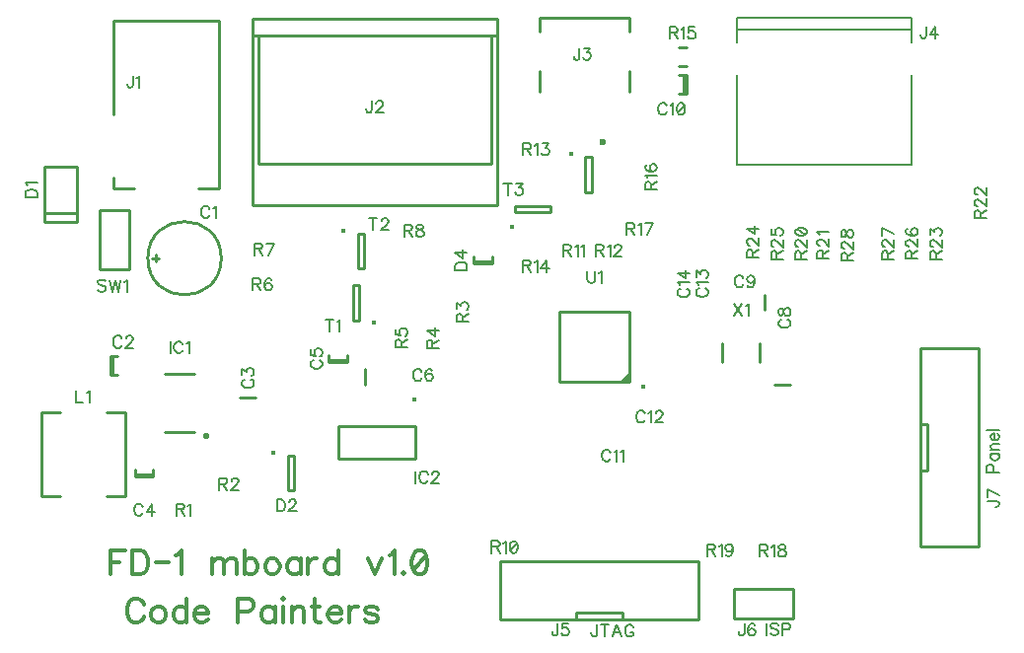
<source format=gbr>
From e75f60093b1709f0fa4dd69b582c63269448657a Mon Sep 17 00:00:00 2001
From: jaseg <git@jaseg.de>
Date: Sat, 15 Jan 2022 21:36:59 +0100
Subject: Add a whole zoo of gerber files from different EDA packages

---
 .../tests/resources/diptrace/mainboard_TopSilk.gbr | 2400 ++++++++++++++++++++
 1 file changed, 2400 insertions(+)
 create mode 100644 gerbonara/gerber/tests/resources/diptrace/mainboard_TopSilk.gbr

(limited to 'gerbonara/gerber/tests/resources/diptrace/mainboard_TopSilk.gbr')

diff --git a/gerbonara/gerber/tests/resources/diptrace/mainboard_TopSilk.gbr b/gerbonara/gerber/tests/resources/diptrace/mainboard_TopSilk.gbr
new file mode 100644
index 0000000..7086a8a
--- /dev/null
+++ b/gerbonara/gerber/tests/resources/diptrace/mainboard_TopSilk.gbr
@@ -0,0 +1,2400 @@
+G04 DipTrace 2.4.0.2*
+%INmainboard_TopSilk.gbr*%
+%MOIN*%
+%ADD10C,0.0098*%
+%ADD29C,0.0236*%
+%ADD41C,0.0154*%
+%ADD45C,0.0213*%
+%ADD57C,0.0079*%
+%ADD66C,0.0158*%
+%ADD146C,0.0062*%
+%ADD147C,0.0124*%
+%FSLAX44Y44*%
+G04*
+G70*
+G90*
+G75*
+G01*
+%LNTopSilk*%
+%LPD*%
+X10795Y16813D2*
+D10*
+G02X10795Y16813I-1240J0D01*
+G01*
+X8570Y16695D2*
+Y16931D1*
+X8452Y16813D2*
+X8689D1*
+X7133Y12873D2*
+Y13503D1*
+X7058Y12873D2*
+Y13503D1*
+Y12873D2*
+X7294D1*
+X7058Y13503D2*
+X7294D1*
+X11431Y12101D2*
+X11943D1*
+X8502Y9508D2*
+X7873D1*
+X8502Y9433D2*
+X7873D1*
+X8502D2*
+Y9669D1*
+X7873Y9433D2*
+Y9669D1*
+X15065Y13383D2*
+X14436D1*
+X15065Y13309D2*
+X14436D1*
+X15065D2*
+Y13544D1*
+X14436Y13309D2*
+Y13544D1*
+X15649Y12555D2*
+Y13067D1*
+X30008Y12524D2*
+X29497D1*
+X29166Y15569D2*
+Y15057D1*
+X26429Y23002D2*
+Y22372D1*
+X26504Y23002D2*
+Y22372D1*
+Y23002D2*
+X26268D1*
+X26504Y22372D2*
+X26268D1*
+X5926Y18042D2*
+X4823D1*
+Y18063D2*
+Y19914D1*
+X5926Y18341D2*
+X4823D1*
+X5926Y19914D2*
+X4823D1*
+X5926Y18063D2*
+Y19914D1*
+D41*
+X12541Y10246D3*
+X13042Y10154D2*
+D10*
+Y8973D1*
+X13239D1*
+Y10154D1*
+X13042D1*
+X19323Y16633D2*
+Y16869D1*
+X19952Y16633D2*
+Y16869D1*
+Y16707D2*
+X19323D1*
+X19952Y16633D2*
+X19323D1*
+X23084Y20232D2*
+Y19051D1*
+X23320D1*
+Y20232D1*
+X23084D1*
+D41*
+X22622Y20324D3*
+X8894Y10951D2*
+D10*
+X9894D1*
+X8894Y12919D2*
+X9894D1*
+D45*
+X10287Y10793D3*
+D41*
+X17334Y12036D3*
+X17344Y11144D2*
+D10*
+X14746D1*
+X17344Y10041D2*
+X14746D1*
+Y11144D2*
+Y10041D1*
+X17344Y11144D2*
+Y10041D1*
+X7165Y21681D2*
+Y24831D1*
+X10709D1*
+Y19161D1*
+X10020D1*
+X7854D2*
+X7165D1*
+Y19555D1*
+X20118Y24921D2*
+X11850D1*
+X20118D2*
+Y18622D1*
+X11850D1*
+Y24921D1*
+X19921Y24331D2*
+Y20000D1*
+X12047D1*
+Y24331D1*
+X20118D2*
+X11850D1*
+X24573Y23129D2*
+Y22442D1*
+X21541Y23129D2*
+Y22442D1*
+X24573Y24459D2*
+Y24955D1*
+X21541D1*
+Y24459D1*
+D29*
+X23687Y20739D3*
+X34113Y19961D2*
+D57*
+X28208D1*
+X34113Y24941D2*
+X28208D1*
+X34113Y24094D2*
+Y24941D1*
+X28208Y24094D2*
+Y24941D1*
+X34113Y24547D2*
+X28208D1*
+Y19961D2*
+Y23012D1*
+X34113Y19961D2*
+Y23012D1*
+X20230Y4597D2*
+D10*
+X26923D1*
+Y6565D1*
+X20230D1*
+Y4597D1*
+X22789D2*
+Y4833D1*
+X24363D1*
+Y4597D2*
+Y4833D1*
+X28127Y4625D2*
+X30127D1*
+Y5625D1*
+X28127D1*
+Y4625D1*
+X34409Y13771D2*
+X36377D1*
+Y7078D1*
+X34409D1*
+Y13771D1*
+Y11212D2*
+X34645D1*
+Y9638D1*
+X34409D2*
+X34645D1*
+X6912Y11594D2*
+X7542D1*
+Y8760D2*
+X6912D1*
+X7542Y11594D2*
+Y8760D1*
+X5337Y11594D2*
+X4707D1*
+X5337Y8760D2*
+X4707D1*
+Y11594D2*
+Y8760D1*
+X26504Y23939D2*
+X26268D1*
+X26504Y23310D2*
+X26268D1*
+X6687Y18437D2*
+X7687D1*
+Y16437D1*
+X6687D1*
+Y18437D1*
+D41*
+X15959Y14629D3*
+X15458Y14721D2*
+D10*
+Y15902D1*
+X15261D1*
+Y14721D1*
+X15458D1*
+D41*
+X14915Y17745D3*
+X15416Y17653D2*
+D10*
+Y16472D1*
+X15613D1*
+Y17653D1*
+X15416D1*
+D41*
+X20630Y17884D3*
+X20722Y18386D2*
+D10*
+X21904D1*
+Y18583D1*
+X20722D1*
+Y18386D1*
+X24590Y12651D2*
+X22227D1*
+Y15013D1*
+X24590D1*
+Y12651D1*
+G36*
+D2*
+Y12966D1*
+X24275Y12651D1*
+X24590D1*
+G37*
+D66*
+X25062Y12474D3*
+X28992Y13313D2*
+D10*
+Y13938D1*
+X27732D2*
+Y13313D1*
+X10401Y18481D2*
+D146*
+X10382Y18519D1*
+X10344Y18558D1*
+X10306Y18577D1*
+X10229D1*
+X10191Y18558D1*
+X10153Y18519D1*
+X10133Y18481D1*
+X10114Y18424D1*
+Y18328D1*
+X10133Y18271D1*
+X10153Y18232D1*
+X10191Y18194D1*
+X10229Y18175D1*
+X10306D1*
+X10344Y18194D1*
+X10382Y18232D1*
+X10401Y18271D1*
+X10525Y18500D2*
+X10563Y18519D1*
+X10620Y18576D1*
+Y18175D1*
+X7436Y14095D2*
+X7417Y14133D1*
+X7379Y14172D1*
+X7341Y14191D1*
+X7264D1*
+X7226Y14172D1*
+X7188Y14133D1*
+X7168Y14095D1*
+X7149Y14038D1*
+Y13942D1*
+X7168Y13885D1*
+X7188Y13846D1*
+X7226Y13808D1*
+X7264Y13789D1*
+X7341D1*
+X7379Y13808D1*
+X7417Y13846D1*
+X7436Y13885D1*
+X7579Y14095D2*
+Y14114D1*
+X7598Y14152D1*
+X7617Y14171D1*
+X7656Y14190D1*
+X7732D1*
+X7770Y14171D1*
+X7789Y14152D1*
+X7809Y14114D1*
+Y14076D1*
+X7789Y14037D1*
+X7751Y13980D1*
+X7560Y13789D1*
+X7828D1*
+X11589Y12715D2*
+X11551Y12696D1*
+X11513Y12657D1*
+X11494Y12619D1*
+Y12543D1*
+X11513Y12504D1*
+X11551Y12466D1*
+X11589Y12447D1*
+X11647Y12428D1*
+X11742D1*
+X11799Y12447D1*
+X11838Y12466D1*
+X11876Y12504D1*
+X11895Y12543D1*
+Y12619D1*
+X11876Y12657D1*
+X11838Y12696D1*
+X11799Y12715D1*
+X11494Y12877D2*
+Y13087D1*
+X11647Y12972D1*
+Y13030D1*
+X11666Y13068D1*
+X11685Y13087D1*
+X11742Y13106D1*
+X11780D1*
+X11838Y13087D1*
+X11876Y13049D1*
+X11895Y12991D1*
+Y12934D1*
+X11876Y12877D1*
+X11857Y12858D1*
+X11819Y12838D1*
+X8146Y8416D2*
+X8127Y8454D1*
+X8089Y8493D1*
+X8051Y8512D1*
+X7974D1*
+X7936Y8493D1*
+X7898Y8454D1*
+X7878Y8416D1*
+X7859Y8359D1*
+Y8263D1*
+X7878Y8206D1*
+X7898Y8167D1*
+X7936Y8129D1*
+X7974Y8110D1*
+X8051D1*
+X8089Y8129D1*
+X8127Y8167D1*
+X8146Y8206D1*
+X8461Y8110D2*
+Y8511D1*
+X8270Y8244D1*
+X8557D1*
+X13906Y13374D2*
+X13868Y13355D1*
+X13830Y13317D1*
+X13811Y13279D1*
+Y13202D1*
+X13830Y13164D1*
+X13868Y13126D1*
+X13906Y13106D1*
+X13964Y13087D1*
+X14059D1*
+X14116Y13106D1*
+X14155Y13126D1*
+X14193Y13164D1*
+X14212Y13202D1*
+Y13279D1*
+X14193Y13317D1*
+X14155Y13355D1*
+X14117Y13374D1*
+X13811Y13727D2*
+Y13536D1*
+X13983Y13517D1*
+X13964Y13536D1*
+X13945Y13594D1*
+Y13651D1*
+X13964Y13708D1*
+X14002Y13747D1*
+X14059Y13766D1*
+X14097D1*
+X14155Y13747D1*
+X14193Y13708D1*
+X14212Y13651D1*
+Y13594D1*
+X14193Y13536D1*
+X14174Y13517D1*
+X14136Y13498D1*
+X17566Y12972D2*
+X17547Y13010D1*
+X17508Y13048D1*
+X17470Y13067D1*
+X17394D1*
+X17355Y13048D1*
+X17317Y13010D1*
+X17298Y12972D1*
+X17279Y12914D1*
+Y12818D1*
+X17298Y12761D1*
+X17317Y12723D1*
+X17355Y12685D1*
+X17394Y12665D1*
+X17470D1*
+X17508Y12685D1*
+X17547Y12723D1*
+X17566Y12761D1*
+X17919Y13010D2*
+X17900Y13048D1*
+X17842Y13067D1*
+X17804D1*
+X17747Y13048D1*
+X17708Y12990D1*
+X17689Y12895D1*
+Y12799D1*
+X17708Y12723D1*
+X17747Y12684D1*
+X17804Y12665D1*
+X17823D1*
+X17880Y12684D1*
+X17919Y12723D1*
+X17938Y12780D1*
+Y12799D1*
+X17919Y12857D1*
+X17880Y12895D1*
+X17823Y12914D1*
+X17804D1*
+X17747Y12895D1*
+X17708Y12857D1*
+X17689Y12799D1*
+X29717Y14744D2*
+X29679Y14725D1*
+X29640Y14686D1*
+X29621Y14648D1*
+Y14572D1*
+X29640Y14533D1*
+X29679Y14495D1*
+X29717Y14476D1*
+X29774Y14457D1*
+X29870D1*
+X29927Y14476D1*
+X29966Y14495D1*
+X30004Y14533D1*
+X30023Y14572D1*
+Y14648D1*
+X30004Y14686D1*
+X29966Y14725D1*
+X29927Y14744D1*
+X29622Y14963D2*
+X29641Y14906D1*
+X29679Y14886D1*
+X29717D1*
+X29755Y14906D1*
+X29775Y14944D1*
+X29794Y15020D1*
+X29813Y15078D1*
+X29851Y15116D1*
+X29889Y15135D1*
+X29947D1*
+X29985Y15116D1*
+X30004Y15097D1*
+X30023Y15039D1*
+Y14963D1*
+X30004Y14906D1*
+X29985Y14886D1*
+X29947Y14867D1*
+X29889D1*
+X29851Y14886D1*
+X29813Y14925D1*
+X29794Y14982D1*
+X29775Y15058D1*
+X29755Y15097D1*
+X29717Y15116D1*
+X29679D1*
+X29641Y15097D1*
+X29622Y15039D1*
+Y14963D1*
+X28431Y16140D2*
+X28412Y16178D1*
+X28374Y16217D1*
+X28336Y16236D1*
+X28259D1*
+X28221Y16217D1*
+X28183Y16178D1*
+X28164Y16140D1*
+X28144Y16083D1*
+Y15987D1*
+X28164Y15930D1*
+X28183Y15891D1*
+X28221Y15853D1*
+X28259Y15834D1*
+X28336D1*
+X28374Y15853D1*
+X28412Y15891D1*
+X28431Y15930D1*
+X28804Y16102D2*
+X28784Y16044D1*
+X28746Y16006D1*
+X28689Y15987D1*
+X28670D1*
+X28612Y16006D1*
+X28574Y16044D1*
+X28555Y16102D1*
+Y16121D1*
+X28574Y16178D1*
+X28612Y16216D1*
+X28670Y16235D1*
+X28689D1*
+X28746Y16216D1*
+X28784Y16178D1*
+X28804Y16102D1*
+Y16006D1*
+X28784Y15910D1*
+X28746Y15853D1*
+X28689Y15834D1*
+X28651D1*
+X28593Y15853D1*
+X28574Y15891D1*
+X25849Y21969D2*
+X25830Y22007D1*
+X25791Y22045D1*
+X25753Y22064D1*
+X25677D1*
+X25638Y22045D1*
+X25600Y22007D1*
+X25581Y21969D1*
+X25562Y21911D1*
+Y21816D1*
+X25581Y21758D1*
+X25600Y21720D1*
+X25638Y21682D1*
+X25677Y21663D1*
+X25753D1*
+X25791Y21682D1*
+X25830Y21720D1*
+X25849Y21758D1*
+X25972Y21988D2*
+X26011Y22007D1*
+X26068Y22064D1*
+Y21663D1*
+X26307Y22064D2*
+X26249Y22045D1*
+X26211Y21988D1*
+X26192Y21892D1*
+Y21835D1*
+X26211Y21739D1*
+X26249Y21682D1*
+X26307Y21663D1*
+X26345D1*
+X26402Y21682D1*
+X26440Y21739D1*
+X26460Y21835D1*
+Y21892D1*
+X26440Y21988D1*
+X26402Y22045D1*
+X26345Y22064D1*
+X26307D1*
+X26440Y21988D2*
+X26211Y21739D1*
+X23948Y10250D2*
+X23929Y10288D1*
+X23890Y10326D1*
+X23852Y10345D1*
+X23776D1*
+X23737Y10326D1*
+X23699Y10288D1*
+X23680Y10250D1*
+X23661Y10192D1*
+Y10096D1*
+X23680Y10039D1*
+X23699Y10001D1*
+X23737Y9963D1*
+X23776Y9943D1*
+X23852D1*
+X23890Y9963D1*
+X23929Y10001D1*
+X23948Y10039D1*
+X24071Y10268D2*
+X24110Y10288D1*
+X24167Y10345D1*
+Y9943D1*
+X24291Y10268D2*
+X24329Y10288D1*
+X24387Y10345D1*
+Y9943D1*
+X25112Y11562D2*
+X25093Y11600D1*
+X25054Y11639D1*
+X25016Y11658D1*
+X24940D1*
+X24901Y11639D1*
+X24863Y11600D1*
+X24844Y11562D1*
+X24825Y11505D1*
+Y11409D1*
+X24844Y11352D1*
+X24863Y11313D1*
+X24901Y11275D1*
+X24940Y11256D1*
+X25016D1*
+X25054Y11275D1*
+X25093Y11313D1*
+X25112Y11352D1*
+X25235Y11581D2*
+X25274Y11600D1*
+X25331Y11657D1*
+Y11256D1*
+X25474Y11562D2*
+Y11581D1*
+X25493Y11619D1*
+X25512Y11638D1*
+X25551Y11657D1*
+X25627D1*
+X25665Y11638D1*
+X25684Y11619D1*
+X25704Y11581D1*
+Y11543D1*
+X25684Y11504D1*
+X25646Y11447D1*
+X25455Y11256D1*
+X25723D1*
+X26940Y15798D2*
+X26902Y15779D1*
+X26863Y15741D1*
+X26844Y15703D1*
+Y15626D1*
+X26863Y15588D1*
+X26902Y15550D1*
+X26940Y15530D1*
+X26997Y15511D1*
+X27093D1*
+X27150Y15530D1*
+X27189Y15550D1*
+X27227Y15588D1*
+X27246Y15626D1*
+Y15703D1*
+X27227Y15741D1*
+X27189Y15779D1*
+X27150Y15798D1*
+X26921Y15922D2*
+X26902Y15960D1*
+X26845Y16018D1*
+X27246D1*
+X26845Y16180D2*
+Y16390D1*
+X26998Y16275D1*
+Y16333D1*
+X27017Y16371D1*
+X27036Y16390D1*
+X27093Y16409D1*
+X27131D1*
+X27189Y16390D1*
+X27227Y16352D1*
+X27246Y16294D1*
+Y16237D1*
+X27227Y16180D1*
+X27208Y16161D1*
+X27170Y16141D1*
+X26312Y15788D2*
+X26274Y15769D1*
+X26236Y15730D1*
+X26217Y15692D1*
+Y15616D1*
+X26236Y15577D1*
+X26274Y15539D1*
+X26312Y15520D1*
+X26370Y15501D1*
+X26466D1*
+X26523Y15520D1*
+X26561Y15539D1*
+X26599Y15577D1*
+X26619Y15616D1*
+Y15692D1*
+X26599Y15730D1*
+X26561Y15769D1*
+X26523Y15788D1*
+X26294Y15911D2*
+X26274Y15950D1*
+X26217Y16007D1*
+X26619D1*
+Y16322D2*
+X26217D1*
+X26485Y16131D1*
+Y16418D1*
+X4175Y18870D2*
+X4577D1*
+Y19004D1*
+X4558Y19061D1*
+X4520Y19100D1*
+X4481Y19119D1*
+X4424Y19138D1*
+X4328D1*
+X4271Y19119D1*
+X4233Y19100D1*
+X4194Y19061D1*
+X4175Y19004D1*
+Y18870D1*
+X4252Y19261D2*
+X4233Y19300D1*
+X4176Y19357D1*
+X4577D1*
+X12677Y8659D2*
+Y8257D1*
+X12811D1*
+X12869Y8276D1*
+X12907Y8314D1*
+X12926Y8353D1*
+X12945Y8410D1*
+Y8506D1*
+X12926Y8563D1*
+X12907Y8601D1*
+X12869Y8640D1*
+X12811Y8659D1*
+X12677D1*
+X13088Y8563D2*
+Y8582D1*
+X13107Y8620D1*
+X13126Y8639D1*
+X13165Y8658D1*
+X13241D1*
+X13279Y8639D1*
+X13298Y8620D1*
+X13318Y8582D1*
+Y8544D1*
+X13298Y8505D1*
+X13260Y8448D1*
+X13069Y8257D1*
+X13337D1*
+X18697Y16412D2*
+X19099D1*
+Y16546D1*
+X19080Y16603D1*
+X19042Y16642D1*
+X19003Y16661D1*
+X18946Y16680D1*
+X18850D1*
+X18793Y16661D1*
+X18755Y16642D1*
+X18716Y16603D1*
+X18697Y16546D1*
+Y16412D1*
+X19099Y16995D2*
+X18698D1*
+X18965Y16803D1*
+Y17090D1*
+X9079Y14005D2*
+Y13603D1*
+X9489Y13910D2*
+X9470Y13948D1*
+X9432Y13986D1*
+X9394Y14005D1*
+X9317D1*
+X9279Y13986D1*
+X9241Y13948D1*
+X9221Y13910D1*
+X9202Y13852D1*
+Y13756D1*
+X9221Y13699D1*
+X9241Y13661D1*
+X9279Y13623D1*
+X9317Y13603D1*
+X9394D1*
+X9432Y13623D1*
+X9470Y13661D1*
+X9489Y13699D1*
+X9613Y13928D2*
+X9651Y13948D1*
+X9709Y14005D1*
+Y13603D1*
+X17365Y9618D2*
+Y9216D1*
+X17776Y9522D2*
+X17757Y9560D1*
+X17718Y9599D1*
+X17680Y9618D1*
+X17604D1*
+X17565Y9599D1*
+X17527Y9560D1*
+X17508Y9522D1*
+X17489Y9465D1*
+Y9369D1*
+X17508Y9312D1*
+X17527Y9273D1*
+X17565Y9235D1*
+X17604Y9216D1*
+X17680D1*
+X17718Y9235D1*
+X17757Y9273D1*
+X17776Y9312D1*
+X17919Y9522D2*
+Y9541D1*
+X17938Y9579D1*
+X17957Y9598D1*
+X17995Y9617D1*
+X18072D1*
+X18110Y9598D1*
+X18129Y9579D1*
+X18148Y9541D1*
+Y9503D1*
+X18129Y9465D1*
+X18091Y9407D1*
+X17899Y9216D1*
+X18167D1*
+X7812Y22979D2*
+Y22673D1*
+X7793Y22615D1*
+X7773Y22596D1*
+X7735Y22577D1*
+X7697D1*
+X7659Y22596D1*
+X7640Y22615D1*
+X7620Y22673D1*
+Y22711D1*
+X7935Y22902D2*
+X7974Y22921D1*
+X8031Y22978D1*
+Y22577D1*
+X15884Y22131D2*
+Y21825D1*
+X15865Y21768D1*
+X15846Y21749D1*
+X15808Y21729D1*
+X15769D1*
+X15731Y21749D1*
+X15712Y21768D1*
+X15693Y21825D1*
+Y21863D1*
+X16027Y22035D2*
+Y22054D1*
+X16046Y22093D1*
+X16065Y22112D1*
+X16104Y22131D1*
+X16180D1*
+X16218Y22112D1*
+X16237Y22093D1*
+X16257Y22054D1*
+Y22016D1*
+X16237Y21978D1*
+X16199Y21921D1*
+X16008Y21729D1*
+X16276D1*
+X22895Y23916D2*
+Y23610D1*
+X22876Y23552D1*
+X22856Y23533D1*
+X22818Y23514D1*
+X22780D1*
+X22742Y23533D1*
+X22723Y23552D1*
+X22703Y23610D1*
+Y23648D1*
+X23057Y23915D2*
+X23267D1*
+X23152Y23762D1*
+X23210D1*
+X23248Y23743D1*
+X23267Y23724D1*
+X23286Y23667D1*
+Y23629D1*
+X23267Y23571D1*
+X23229Y23533D1*
+X23171Y23514D1*
+X23114D1*
+X23057Y23533D1*
+X23038Y23552D1*
+X23018Y23590D1*
+X34614Y24652D2*
+Y24346D1*
+X34595Y24288D1*
+X34575Y24269D1*
+X34537Y24250D1*
+X34499D1*
+X34461Y24269D1*
+X34442Y24288D1*
+X34422Y24346D1*
+Y24384D1*
+X34929Y24250D2*
+Y24651D1*
+X34737Y24384D1*
+X35024D1*
+X22164Y4463D2*
+Y4157D1*
+X22145Y4100D1*
+X22125Y4081D1*
+X22087Y4061D1*
+X22049D1*
+X22011Y4081D1*
+X21992Y4100D1*
+X21972Y4157D1*
+Y4195D1*
+X22517Y4463D2*
+X22326D1*
+X22307Y4291D1*
+X22326Y4310D1*
+X22383Y4329D1*
+X22440D1*
+X22498Y4310D1*
+X22536Y4272D1*
+X22555Y4214D1*
+Y4176D1*
+X22536Y4119D1*
+X22498Y4080D1*
+X22440Y4061D1*
+X22383D1*
+X22326Y4080D1*
+X22307Y4100D1*
+X22287Y4138D1*
+X23494Y4431D2*
+Y4125D1*
+X23475Y4067D1*
+X23455Y4048D1*
+X23417Y4029D1*
+X23379D1*
+X23341Y4048D1*
+X23322Y4067D1*
+X23302Y4125D1*
+Y4163D1*
+X23751Y4431D2*
+Y4029D1*
+X23617Y4431D2*
+X23885D1*
+X24315Y4029D2*
+X24162Y4431D1*
+X24009Y4029D1*
+X24066Y4163D2*
+X24257D1*
+X24725Y4335D2*
+X24706Y4373D1*
+X24668Y4412D1*
+X24630Y4431D1*
+X24553D1*
+X24515Y4412D1*
+X24477Y4373D1*
+X24457Y4335D1*
+X24438Y4278D1*
+Y4182D1*
+X24457Y4125D1*
+X24477Y4086D1*
+X24515Y4048D1*
+X24553Y4029D1*
+X24630D1*
+X24668Y4048D1*
+X24706Y4086D1*
+X24725Y4125D1*
+Y4182D1*
+X24630D1*
+X28474Y4460D2*
+Y4154D1*
+X28455Y4097D1*
+X28436Y4078D1*
+X28398Y4058D1*
+X28359D1*
+X28321Y4078D1*
+X28302Y4097D1*
+X28283Y4154D1*
+Y4192D1*
+X28827Y4403D2*
+X28808Y4441D1*
+X28751Y4460D1*
+X28713D1*
+X28655Y4441D1*
+X28617Y4383D1*
+X28598Y4288D1*
+Y4192D1*
+X28617Y4116D1*
+X28655Y4077D1*
+X28713Y4058D1*
+X28732D1*
+X28789Y4077D1*
+X28827Y4116D1*
+X28846Y4173D1*
+Y4192D1*
+X28827Y4250D1*
+X28789Y4288D1*
+X28732Y4307D1*
+X28713D1*
+X28655Y4288D1*
+X28617Y4250D1*
+X28598Y4192D1*
+X29236Y4475D2*
+Y4073D1*
+X29627Y4417D2*
+X29589Y4456D1*
+X29532Y4475D1*
+X29455D1*
+X29398Y4456D1*
+X29359Y4417D1*
+Y4379D1*
+X29379Y4341D1*
+X29398Y4322D1*
+X29436Y4303D1*
+X29551Y4264D1*
+X29589Y4245D1*
+X29608Y4226D1*
+X29627Y4188D1*
+Y4130D1*
+X29589Y4092D1*
+X29532Y4073D1*
+X29455D1*
+X29398Y4092D1*
+X29359Y4130D1*
+X29751Y4264D2*
+X29923D1*
+X29980Y4283D1*
+X30000Y4303D1*
+X30019Y4341D1*
+Y4398D1*
+X30000Y4436D1*
+X29980Y4456D1*
+X29923Y4475D1*
+X29751D1*
+Y4073D1*
+X36683Y8608D2*
+X36989D1*
+X37046Y8589D1*
+X37065Y8570D1*
+X37085Y8532D1*
+Y8493D1*
+X37065Y8455D1*
+X37046Y8436D1*
+X36989Y8417D1*
+X36951D1*
+X37085Y8808D2*
+X36683Y9000D1*
+Y8732D1*
+X36879Y9584D2*
+Y9756D1*
+X36860Y9813D1*
+X36840Y9833D1*
+X36802Y9852D1*
+X36745D1*
+X36707Y9833D1*
+X36687Y9813D1*
+X36668Y9756D1*
+Y9584D1*
+X37070D1*
+X36802Y10205D2*
+X37070D1*
+X36860D2*
+X36821Y10167D1*
+X36802Y10128D1*
+Y10071D1*
+X36821Y10033D1*
+X36860Y9995D1*
+X36917Y9975D1*
+X36955D1*
+X37013Y9995D1*
+X37051Y10033D1*
+X37070Y10071D1*
+Y10128D1*
+X37051Y10167D1*
+X37013Y10205D1*
+X36802Y10328D2*
+X37070D1*
+X36879D2*
+X36821Y10386D1*
+X36802Y10424D1*
+Y10481D1*
+X36821Y10520D1*
+X36879Y10539D1*
+X37070D1*
+X36917Y10662D2*
+Y10892D1*
+X36879D1*
+X36840Y10873D1*
+X36821Y10854D1*
+X36802Y10815D1*
+Y10758D1*
+X36821Y10720D1*
+X36860Y10681D1*
+X36917Y10662D1*
+X36955D1*
+X37013Y10681D1*
+X37051Y10720D1*
+X37070Y10758D1*
+Y10815D1*
+X37051Y10854D1*
+X37013Y10892D1*
+X36668Y11015D2*
+X37070D1*
+X5900Y12338D2*
+Y11936D1*
+X6130D1*
+X6253Y12261D2*
+X6291Y12280D1*
+X6349Y12337D1*
+Y11936D1*
+X9274Y8331D2*
+X9446D1*
+X9503Y8350D1*
+X9523Y8369D1*
+X9542Y8407D1*
+Y8446D1*
+X9523Y8484D1*
+X9503Y8503D1*
+X9446Y8522D1*
+X9274D1*
+Y8120D1*
+X9408Y8331D2*
+X9542Y8120D1*
+X9665Y8445D2*
+X9704Y8465D1*
+X9761Y8522D1*
+Y8120D1*
+X10731Y9189D2*
+X10903D1*
+X10961Y9208D1*
+X10980Y9227D1*
+X10999Y9265D1*
+Y9304D1*
+X10980Y9342D1*
+X10961Y9361D1*
+X10903Y9380D1*
+X10731D1*
+Y8978D1*
+X10865Y9189D2*
+X10999Y8978D1*
+X11142Y9284D2*
+Y9303D1*
+X11161Y9342D1*
+X11180Y9361D1*
+X11219Y9380D1*
+X11295D1*
+X11333Y9361D1*
+X11352Y9342D1*
+X11372Y9303D1*
+Y9265D1*
+X11352Y9227D1*
+X11314Y9170D1*
+X11123Y8978D1*
+X11391D1*
+X18938Y14671D2*
+Y14843D1*
+X18918Y14900D1*
+X18899Y14920D1*
+X18861Y14939D1*
+X18823D1*
+X18785Y14920D1*
+X18765Y14900D1*
+X18746Y14843D1*
+Y14671D1*
+X19148D1*
+X18938Y14805D2*
+X19148Y14939D1*
+X18747Y15101D2*
+Y15311D1*
+X18900Y15196D1*
+Y15254D1*
+X18919Y15292D1*
+X18938Y15311D1*
+X18995Y15330D1*
+X19033D1*
+X19091Y15311D1*
+X19129Y15273D1*
+X19148Y15215D1*
+Y15158D1*
+X19129Y15101D1*
+X19110Y15082D1*
+X19072Y15062D1*
+X17936Y13785D2*
+Y13957D1*
+X17917Y14015D1*
+X17898Y14034D1*
+X17860Y14053D1*
+X17821D1*
+X17783Y14034D1*
+X17764Y14015D1*
+X17745Y13957D1*
+Y13785D1*
+X18147D1*
+X17936Y13919D2*
+X18147Y14053D1*
+Y14368D2*
+X17745D1*
+X18013Y14177D1*
+Y14464D1*
+X16874Y13795D2*
+Y13967D1*
+X16854Y14024D1*
+X16835Y14044D1*
+X16797Y14063D1*
+X16759D1*
+X16721Y14044D1*
+X16701Y14024D1*
+X16682Y13967D1*
+Y13795D1*
+X17084D1*
+X16874Y13929D2*
+X17084Y14063D1*
+X16683Y14416D2*
+Y14225D1*
+X16855Y14206D1*
+X16836Y14225D1*
+X16816Y14282D1*
+Y14339D1*
+X16836Y14397D1*
+X16874Y14435D1*
+X16931Y14454D1*
+X16969D1*
+X17027Y14435D1*
+X17065Y14397D1*
+X17084Y14339D1*
+Y14282D1*
+X17065Y14225D1*
+X17046Y14206D1*
+X17008Y14186D1*
+X11868Y15939D2*
+X12040D1*
+X12097Y15958D1*
+X12117Y15978D1*
+X12136Y16016D1*
+Y16054D1*
+X12117Y16092D1*
+X12097Y16111D1*
+X12040Y16130D1*
+X11868D1*
+Y15729D1*
+X12002Y15939D2*
+X12136Y15729D1*
+X12489Y16073D2*
+X12470Y16111D1*
+X12412Y16130D1*
+X12374D1*
+X12317Y16111D1*
+X12278Y16054D1*
+X12259Y15958D1*
+Y15863D1*
+X12278Y15786D1*
+X12317Y15748D1*
+X12374Y15729D1*
+X12393D1*
+X12450Y15748D1*
+X12489Y15786D1*
+X12508Y15844D1*
+Y15863D1*
+X12489Y15920D1*
+X12450Y15958D1*
+X12393Y15977D1*
+X12374D1*
+X12317Y15958D1*
+X12278Y15920D1*
+X12259Y15863D1*
+X11919Y17127D2*
+X12091D1*
+X12148Y17146D1*
+X12168Y17165D1*
+X12187Y17203D1*
+Y17242D1*
+X12168Y17280D1*
+X12148Y17299D1*
+X12091Y17318D1*
+X11919D1*
+Y16916D1*
+X12053Y17127D2*
+X12187Y16916D1*
+X12387D2*
+X12578Y17318D1*
+X12310D1*
+X16982Y17752D2*
+X17154D1*
+X17211Y17771D1*
+X17230Y17790D1*
+X17249Y17828D1*
+Y17867D1*
+X17230Y17905D1*
+X17211Y17924D1*
+X17154Y17943D1*
+X16982D1*
+Y17541D1*
+X17116Y17752D2*
+X17249Y17541D1*
+X17469Y17943D2*
+X17411Y17924D1*
+X17392Y17886D1*
+Y17847D1*
+X17411Y17809D1*
+X17449Y17790D1*
+X17526Y17771D1*
+X17583Y17752D1*
+X17621Y17713D1*
+X17641Y17675D1*
+Y17618D1*
+X17621Y17580D1*
+X17602Y17560D1*
+X17545Y17541D1*
+X17469D1*
+X17411Y17560D1*
+X17392Y17580D1*
+X17373Y17618D1*
+Y17675D1*
+X17392Y17713D1*
+X17430Y17752D1*
+X17488Y17771D1*
+X17564Y17790D1*
+X17602Y17809D1*
+X17621Y17847D1*
+Y17886D1*
+X17602Y17924D1*
+X17545Y17943D1*
+X17469D1*
+X19936Y7064D2*
+X20108D1*
+X20165Y7084D1*
+X20185Y7103D1*
+X20204Y7141D1*
+Y7179D1*
+X20185Y7217D1*
+X20165Y7237D1*
+X20108Y7256D1*
+X19936D1*
+Y6854D1*
+X20070Y7064D2*
+X20204Y6854D1*
+X20327Y7179D2*
+X20366Y7198D1*
+X20423Y7255D1*
+Y6854D1*
+X20662Y7255D2*
+X20604Y7236D1*
+X20566Y7179D1*
+X20547Y7083D1*
+Y7026D1*
+X20566Y6930D1*
+X20604Y6873D1*
+X20662Y6854D1*
+X20700D1*
+X20757Y6873D1*
+X20795Y6930D1*
+X20815Y7026D1*
+Y7083D1*
+X20795Y7179D1*
+X20757Y7236D1*
+X20700Y7255D1*
+X20662D1*
+X20795Y7179D2*
+X20566Y6930D1*
+X22351Y17080D2*
+X22523D1*
+X22580Y17100D1*
+X22600Y17119D1*
+X22619Y17157D1*
+Y17195D1*
+X22600Y17233D1*
+X22580Y17253D1*
+X22523Y17272D1*
+X22351D1*
+Y16870D1*
+X22485Y17080D2*
+X22619Y16870D1*
+X22742Y17195D2*
+X22781Y17214D1*
+X22838Y17271D1*
+Y16870D1*
+X22962Y17195D2*
+X23000Y17214D1*
+X23058Y17271D1*
+Y16870D1*
+X23452Y17080D2*
+X23624D1*
+X23682Y17100D1*
+X23701Y17119D1*
+X23720Y17157D1*
+Y17195D1*
+X23701Y17233D1*
+X23682Y17253D1*
+X23624Y17272D1*
+X23452D1*
+Y16870D1*
+X23586Y17080D2*
+X23720Y16870D1*
+X23844Y17195D2*
+X23882Y17214D1*
+X23940Y17271D1*
+Y16870D1*
+X24083Y17176D2*
+Y17195D1*
+X24102Y17233D1*
+X24121Y17252D1*
+X24159Y17271D1*
+X24236D1*
+X24274Y17252D1*
+X24293Y17233D1*
+X24312Y17195D1*
+Y17157D1*
+X24293Y17118D1*
+X24255Y17061D1*
+X24063Y16870D1*
+X24331D1*
+X20998Y20503D2*
+X21170D1*
+X21227Y20522D1*
+X21247Y20541D1*
+X21266Y20579D1*
+Y20618D1*
+X21247Y20656D1*
+X21227Y20675D1*
+X21170Y20694D1*
+X20998D1*
+Y20292D1*
+X21132Y20503D2*
+X21266Y20292D1*
+X21389Y20617D2*
+X21428Y20637D1*
+X21485Y20694D1*
+Y20292D1*
+X21647Y20694D2*
+X21857D1*
+X21742Y20541D1*
+X21800D1*
+X21838Y20522D1*
+X21857Y20503D1*
+X21876Y20445D1*
+Y20407D1*
+X21857Y20350D1*
+X21819Y20311D1*
+X21761Y20292D1*
+X21704D1*
+X21647Y20311D1*
+X21628Y20331D1*
+X21608Y20369D1*
+X20987Y16564D2*
+X21159D1*
+X21217Y16583D1*
+X21236Y16602D1*
+X21255Y16640D1*
+Y16679D1*
+X21236Y16717D1*
+X21217Y16736D1*
+X21159Y16755D1*
+X20987D1*
+Y16354D1*
+X21121Y16564D2*
+X21255Y16354D1*
+X21379Y16678D2*
+X21417Y16698D1*
+X21474Y16755D1*
+Y16354D1*
+X21789D2*
+Y16755D1*
+X21598Y16487D1*
+X21885D1*
+X25946Y24436D2*
+X26118D1*
+X26176Y24455D1*
+X26195Y24474D1*
+X26214Y24512D1*
+Y24551D1*
+X26195Y24589D1*
+X26176Y24608D1*
+X26118Y24627D1*
+X25946D1*
+Y24225D1*
+X26080Y24436D2*
+X26214Y24225D1*
+X26338Y24550D2*
+X26376Y24570D1*
+X26434Y24627D1*
+Y24225D1*
+X26787Y24627D2*
+X26596D1*
+X26577Y24455D1*
+X26596Y24474D1*
+X26653Y24493D1*
+X26710D1*
+X26768Y24474D1*
+X26806Y24436D1*
+X26825Y24378D1*
+Y24340D1*
+X26806Y24283D1*
+X26768Y24244D1*
+X26710Y24225D1*
+X26653D1*
+X26596Y24244D1*
+X26577Y24264D1*
+X26557Y24302D1*
+X25310Y19133D2*
+Y19305D1*
+X25291Y19363D1*
+X25272Y19382D1*
+X25234Y19401D1*
+X25195D1*
+X25157Y19382D1*
+X25138Y19363D1*
+X25119Y19305D1*
+Y19133D1*
+X25521D1*
+X25310Y19267D2*
+X25521Y19401D1*
+X25196Y19525D2*
+X25176Y19563D1*
+X25119Y19621D1*
+X25521D1*
+X25176Y19974D2*
+X25138Y19955D1*
+X25119Y19897D1*
+Y19859D1*
+X25138Y19802D1*
+X25196Y19763D1*
+X25291Y19744D1*
+X25387D1*
+X25463Y19763D1*
+X25502Y19802D1*
+X25521Y19859D1*
+Y19878D1*
+X25502Y19935D1*
+X25463Y19974D1*
+X25406Y19993D1*
+X25387D1*
+X25329Y19974D1*
+X25291Y19935D1*
+X25272Y19878D1*
+Y19859D1*
+X25291Y19802D1*
+X25329Y19763D1*
+X25387Y19744D1*
+X24498Y17813D2*
+X24670D1*
+X24727Y17832D1*
+X24747Y17851D1*
+X24766Y17889D1*
+Y17928D1*
+X24747Y17966D1*
+X24727Y17985D1*
+X24670Y18004D1*
+X24498D1*
+Y17603D1*
+X24632Y17813D2*
+X24766Y17603D1*
+X24889Y17927D2*
+X24928Y17947D1*
+X24985Y18004D1*
+Y17603D1*
+X25185D2*
+X25376Y18004D1*
+X25108D1*
+X29001Y6939D2*
+X29173D1*
+X29231Y6959D1*
+X29250Y6978D1*
+X29269Y7016D1*
+Y7054D1*
+X29250Y7092D1*
+X29231Y7112D1*
+X29173Y7131D1*
+X29001D1*
+Y6729D1*
+X29135Y6939D2*
+X29269Y6729D1*
+X29393Y7054D2*
+X29431Y7073D1*
+X29489Y7130D1*
+Y6729D1*
+X29708Y7130D2*
+X29651Y7111D1*
+X29631Y7073D1*
+Y7035D1*
+X29651Y6997D1*
+X29689Y6977D1*
+X29765Y6958D1*
+X29823Y6939D1*
+X29861Y6901D1*
+X29880Y6863D1*
+Y6805D1*
+X29861Y6767D1*
+X29842Y6748D1*
+X29784Y6729D1*
+X29708D1*
+X29651Y6748D1*
+X29631Y6767D1*
+X29612Y6805D1*
+Y6863D1*
+X29631Y6901D1*
+X29670Y6939D1*
+X29727Y6958D1*
+X29803Y6977D1*
+X29842Y6997D1*
+X29861Y7035D1*
+Y7073D1*
+X29842Y7111D1*
+X29784Y7130D1*
+X29708D1*
+X27215Y6957D2*
+X27387D1*
+X27445Y6976D1*
+X27464Y6995D1*
+X27483Y7033D1*
+Y7072D1*
+X27464Y7110D1*
+X27445Y7129D1*
+X27387Y7148D1*
+X27215D1*
+Y6746D1*
+X27349Y6957D2*
+X27483Y6746D1*
+X27607Y7071D2*
+X27645Y7091D1*
+X27703Y7148D1*
+Y6746D1*
+X28075Y7014D2*
+X28056Y6957D1*
+X28018Y6918D1*
+X27960Y6899D1*
+X27941D1*
+X27884Y6918D1*
+X27846Y6957D1*
+X27826Y7014D1*
+Y7033D1*
+X27846Y7091D1*
+X27884Y7129D1*
+X27941Y7148D1*
+X27960D1*
+X28018Y7129D1*
+X28056Y7091D1*
+X28075Y7014D1*
+Y6918D1*
+X28056Y6823D1*
+X28018Y6765D1*
+X27960Y6746D1*
+X27922D1*
+X27865Y6765D1*
+X27846Y6804D1*
+X30375Y16789D2*
+Y16961D1*
+X30356Y17018D1*
+X30337Y17038D1*
+X30299Y17057D1*
+X30260D1*
+X30222Y17038D1*
+X30203Y17018D1*
+X30184Y16961D1*
+Y16789D1*
+X30586D1*
+X30375Y16923D2*
+X30586Y17057D1*
+X30280Y17200D2*
+X30261D1*
+X30222Y17219D1*
+X30203Y17238D1*
+X30184Y17276D1*
+Y17353D1*
+X30203Y17391D1*
+X30222Y17410D1*
+X30261Y17429D1*
+X30299D1*
+X30337Y17410D1*
+X30394Y17372D1*
+X30586Y17180D1*
+Y17448D1*
+X30184Y17687D2*
+X30203Y17629D1*
+X30261Y17591D1*
+X30356Y17572D1*
+X30414D1*
+X30509Y17591D1*
+X30567Y17629D1*
+X30586Y17687D1*
+Y17725D1*
+X30567Y17782D1*
+X30509Y17820D1*
+X30414Y17840D1*
+X30356D1*
+X30261Y17820D1*
+X30203Y17782D1*
+X30184Y17725D1*
+Y17687D1*
+X30261Y17820D2*
+X30509Y17591D1*
+X31125Y16812D2*
+Y16984D1*
+X31106Y17042D1*
+X31087Y17061D1*
+X31049Y17080D1*
+X31010D1*
+X30972Y17061D1*
+X30953Y17042D1*
+X30934Y16984D1*
+Y16812D1*
+X31336D1*
+X31125Y16946D2*
+X31336Y17080D1*
+X31030Y17223D2*
+X31011D1*
+X30972Y17242D1*
+X30953Y17261D1*
+X30934Y17300D1*
+Y17376D1*
+X30953Y17414D1*
+X30972Y17433D1*
+X31011Y17453D1*
+X31049D1*
+X31087Y17433D1*
+X31144Y17395D1*
+X31336Y17204D1*
+Y17472D1*
+X31011Y17595D2*
+X30991Y17634D1*
+X30934Y17691D1*
+X31336D1*
+X36438Y18164D2*
+Y18336D1*
+X36419Y18394D1*
+X36400Y18413D1*
+X36362Y18432D1*
+X36323D1*
+X36285Y18413D1*
+X36266Y18394D1*
+X36247Y18336D1*
+Y18164D1*
+X36649D1*
+X36438Y18298D2*
+X36649Y18432D1*
+X36343Y18575D2*
+X36324D1*
+X36285Y18594D1*
+X36266Y18613D1*
+X36247Y18652D1*
+Y18728D1*
+X36266Y18766D1*
+X36285Y18785D1*
+X36324Y18805D1*
+X36362D1*
+X36400Y18785D1*
+X36457Y18747D1*
+X36649Y18556D1*
+Y18824D1*
+X36343Y18967D2*
+X36324D1*
+X36285Y18986D1*
+X36266Y19005D1*
+X36247Y19043D1*
+Y19120D1*
+X36266Y19158D1*
+X36285Y19177D1*
+X36324Y19196D1*
+X36362D1*
+X36400Y19177D1*
+X36457Y19139D1*
+X36649Y18947D1*
+Y19215D1*
+X34938Y16789D2*
+Y16961D1*
+X34919Y17018D1*
+X34900Y17038D1*
+X34862Y17057D1*
+X34823D1*
+X34785Y17038D1*
+X34766Y17018D1*
+X34747Y16961D1*
+Y16789D1*
+X35149D1*
+X34938Y16923D2*
+X35149Y17057D1*
+X34843Y17200D2*
+X34824D1*
+X34785Y17219D1*
+X34766Y17238D1*
+X34747Y17276D1*
+Y17353D1*
+X34766Y17391D1*
+X34785Y17410D1*
+X34824Y17429D1*
+X34862D1*
+X34900Y17410D1*
+X34957Y17372D1*
+X35149Y17180D1*
+Y17448D1*
+X34747Y17610D2*
+Y17820D1*
+X34900Y17706D1*
+Y17763D1*
+X34919Y17801D1*
+X34938Y17820D1*
+X34996Y17840D1*
+X35034D1*
+X35091Y17820D1*
+X35130Y17782D1*
+X35149Y17725D1*
+Y17667D1*
+X35130Y17610D1*
+X35110Y17591D1*
+X35072Y17572D1*
+X28750Y16842D2*
+Y17014D1*
+X28731Y17071D1*
+X28712Y17091D1*
+X28674Y17110D1*
+X28635D1*
+X28597Y17091D1*
+X28578Y17071D1*
+X28559Y17014D1*
+Y16842D1*
+X28961D1*
+X28750Y16976D2*
+X28961Y17110D1*
+X28655Y17253D2*
+X28636D1*
+X28597Y17272D1*
+X28578Y17291D1*
+X28559Y17329D1*
+Y17406D1*
+X28578Y17444D1*
+X28597Y17463D1*
+X28636Y17482D1*
+X28674D1*
+X28712Y17463D1*
+X28769Y17425D1*
+X28961Y17233D1*
+Y17501D1*
+Y17816D2*
+X28559D1*
+X28827Y17625D1*
+Y17912D1*
+X29563Y16789D2*
+Y16961D1*
+X29543Y17018D1*
+X29524Y17038D1*
+X29486Y17057D1*
+X29448D1*
+X29410Y17038D1*
+X29390Y17018D1*
+X29371Y16961D1*
+Y16789D1*
+X29773D1*
+X29563Y16923D2*
+X29773Y17057D1*
+X29467Y17200D2*
+X29448D1*
+X29410Y17219D1*
+X29391Y17238D1*
+X29372Y17276D1*
+Y17353D1*
+X29391Y17391D1*
+X29410Y17410D1*
+X29448Y17429D1*
+X29486D1*
+X29525Y17410D1*
+X29582Y17372D1*
+X29773Y17180D1*
+Y17448D1*
+X29372Y17801D2*
+Y17610D1*
+X29544Y17591D1*
+X29525Y17610D1*
+X29505Y17668D1*
+Y17725D1*
+X29525Y17782D1*
+X29563Y17821D1*
+X29620Y17840D1*
+X29658D1*
+X29716Y17821D1*
+X29754Y17782D1*
+X29773Y17725D1*
+Y17668D1*
+X29754Y17610D1*
+X29735Y17591D1*
+X29697Y17572D1*
+X34126Y16799D2*
+Y16971D1*
+X34106Y17028D1*
+X34087Y17048D1*
+X34049Y17067D1*
+X34011D1*
+X33973Y17048D1*
+X33953Y17028D1*
+X33934Y16971D1*
+Y16799D1*
+X34336D1*
+X34126Y16933D2*
+X34336Y17067D1*
+X34030Y17210D2*
+X34011D1*
+X33973Y17229D1*
+X33954Y17248D1*
+X33935Y17286D1*
+Y17363D1*
+X33954Y17401D1*
+X33973Y17420D1*
+X34011Y17439D1*
+X34049D1*
+X34088Y17420D1*
+X34145Y17382D1*
+X34336Y17190D1*
+Y17458D1*
+X33992Y17811D2*
+X33954Y17792D1*
+X33935Y17735D1*
+Y17697D1*
+X33954Y17639D1*
+X34011Y17601D1*
+X34107Y17582D1*
+X34202D1*
+X34279Y17601D1*
+X34317Y17639D1*
+X34336Y17697D1*
+Y17716D1*
+X34317Y17773D1*
+X34279Y17811D1*
+X34221Y17830D1*
+X34202D1*
+X34145Y17811D1*
+X34107Y17773D1*
+X34088Y17716D1*
+Y17697D1*
+X34107Y17639D1*
+X34145Y17601D1*
+X34202Y17582D1*
+X33313Y16789D2*
+Y16961D1*
+X33294Y17018D1*
+X33275Y17038D1*
+X33237Y17057D1*
+X33198D1*
+X33160Y17038D1*
+X33141Y17018D1*
+X33122Y16961D1*
+Y16789D1*
+X33524D1*
+X33313Y16923D2*
+X33524Y17057D1*
+X33218Y17200D2*
+X33199D1*
+X33160Y17219D1*
+X33141Y17238D1*
+X33122Y17276D1*
+Y17353D1*
+X33141Y17391D1*
+X33160Y17410D1*
+X33199Y17429D1*
+X33237D1*
+X33275Y17410D1*
+X33332Y17372D1*
+X33524Y17180D1*
+Y17448D1*
+Y17648D2*
+X33122Y17840D1*
+Y17572D1*
+X31938Y16727D2*
+Y16899D1*
+X31918Y16956D1*
+X31899Y16976D1*
+X31861Y16995D1*
+X31823D1*
+X31785Y16976D1*
+X31765Y16956D1*
+X31746Y16899D1*
+Y16727D1*
+X32148D1*
+X31938Y16861D2*
+X32148Y16995D1*
+X31842Y17138D2*
+X31823D1*
+X31785Y17157D1*
+X31766Y17176D1*
+X31747Y17214D1*
+Y17291D1*
+X31766Y17329D1*
+X31785Y17348D1*
+X31823Y17367D1*
+X31861D1*
+X31900Y17348D1*
+X31957Y17310D1*
+X32148Y17118D1*
+Y17386D1*
+X31747Y17605D2*
+X31766Y17548D1*
+X31804Y17529D1*
+X31842D1*
+X31880Y17548D1*
+X31900Y17586D1*
+X31919Y17663D1*
+X31938Y17720D1*
+X31976Y17758D1*
+X32014Y17777D1*
+X32072D1*
+X32110Y17758D1*
+X32129Y17739D1*
+X32148Y17682D1*
+Y17605D1*
+X32129Y17548D1*
+X32110Y17529D1*
+X32072Y17510D1*
+X32014D1*
+X31976Y17529D1*
+X31938Y17567D1*
+X31919Y17624D1*
+X31900Y17701D1*
+X31880Y17739D1*
+X31842Y17758D1*
+X31804D1*
+X31766Y17739D1*
+X31747Y17682D1*
+Y17605D1*
+X6896Y16028D2*
+X6858Y16066D1*
+X6800Y16085D1*
+X6724D1*
+X6666Y16066D1*
+X6628Y16028D1*
+Y15990D1*
+X6647Y15951D1*
+X6666Y15932D1*
+X6704Y15913D1*
+X6819Y15875D1*
+X6858Y15856D1*
+X6877Y15836D1*
+X6896Y15798D1*
+Y15741D1*
+X6858Y15703D1*
+X6800Y15683D1*
+X6724D1*
+X6666Y15703D1*
+X6628Y15741D1*
+X7019Y16085D2*
+X7115Y15683D1*
+X7211Y16085D1*
+X7306Y15683D1*
+X7402Y16085D1*
+X7526Y16008D2*
+X7564Y16028D1*
+X7621Y16085D1*
+Y15683D1*
+X14446Y14737D2*
+Y14335D1*
+X14312Y14737D2*
+X14580D1*
+X14703Y14660D2*
+X14742Y14680D1*
+X14799Y14737D1*
+Y14335D1*
+X15935Y18158D2*
+Y17756D1*
+X15801Y18158D2*
+X16069D1*
+X16212Y18062D2*
+Y18081D1*
+X16231Y18120D1*
+X16250Y18139D1*
+X16289Y18158D1*
+X16365D1*
+X16403Y18139D1*
+X16422Y18120D1*
+X16442Y18081D1*
+Y18043D1*
+X16422Y18005D1*
+X16384Y17948D1*
+X16193Y17756D1*
+X16461D1*
+X20470Y19354D2*
+Y18953D1*
+X20336Y19354D2*
+X20604D1*
+X20766D2*
+X20976D1*
+X20862Y19201D1*
+X20919D1*
+X20957Y19182D1*
+X20976Y19163D1*
+X20996Y19106D1*
+Y19067D1*
+X20976Y19010D1*
+X20938Y18972D1*
+X20881Y18953D1*
+X20823D1*
+X20766Y18972D1*
+X20747Y18991D1*
+X20728Y19029D1*
+X23165Y16386D2*
+Y16100D1*
+X23184Y16042D1*
+X23222Y16004D1*
+X23280Y15985D1*
+X23318D1*
+X23375Y16004D1*
+X23414Y16042D1*
+X23433Y16100D1*
+Y16386D1*
+X23556Y16310D2*
+X23595Y16329D1*
+X23652Y16386D1*
+Y15985D1*
+X28118Y15272D2*
+X28386Y14870D1*
+Y15272D2*
+X28118Y14870D1*
+X28510Y15195D2*
+X28548Y15215D1*
+X28606Y15272D1*
+Y14870D1*
+X8183Y5115D2*
+D147*
+X8145Y5191D1*
+X8068Y5267D1*
+X7992Y5306D1*
+X7839D1*
+X7762Y5267D1*
+X7686Y5191D1*
+X7647Y5115D1*
+X7609Y5000D1*
+Y4808D1*
+X7647Y4694D1*
+X7686Y4617D1*
+X7762Y4541D1*
+X7839Y4502D1*
+X7992D1*
+X8068Y4541D1*
+X8145Y4617D1*
+X8183Y4694D1*
+X8621Y5038D2*
+X8545Y5000D1*
+X8468Y4923D1*
+X8430Y4808D1*
+Y4732D1*
+X8468Y4617D1*
+X8545Y4541D1*
+X8621Y4502D1*
+X8736D1*
+X8813Y4541D1*
+X8889Y4617D1*
+X8928Y4732D1*
+Y4808D1*
+X8889Y4923D1*
+X8813Y5000D1*
+X8736Y5038D1*
+X8621D1*
+X9634Y5306D2*
+Y4502D1*
+Y4923D2*
+X9558Y5000D1*
+X9481Y5038D1*
+X9366D1*
+X9290Y5000D1*
+X9213Y4923D1*
+X9175Y4808D1*
+Y4732D1*
+X9213Y4617D1*
+X9290Y4541D1*
+X9366Y4502D1*
+X9481D1*
+X9558Y4541D1*
+X9634Y4617D1*
+X9881Y4808D2*
+X10340D1*
+Y4885D1*
+X10302Y4962D1*
+X10264Y5000D1*
+X10187Y5038D1*
+X10072D1*
+X9996Y5000D1*
+X9919Y4923D1*
+X9881Y4808D1*
+Y4732D1*
+X9919Y4617D1*
+X9996Y4541D1*
+X10072Y4502D1*
+X10187D1*
+X10264Y4541D1*
+X10340Y4617D1*
+X11365Y4885D2*
+X11710D1*
+X11824Y4923D1*
+X11863Y4962D1*
+X11901Y5038D1*
+Y5153D1*
+X11863Y5229D1*
+X11824Y5267D1*
+X11710Y5306D1*
+X11365D1*
+Y4502D1*
+X12607Y5038D2*
+Y4502D1*
+Y4923D2*
+X12531Y5000D1*
+X12454Y5038D1*
+X12340D1*
+X12263Y5000D1*
+X12187Y4923D1*
+X12148Y4808D1*
+Y4732D1*
+X12187Y4617D1*
+X12263Y4541D1*
+X12340Y4502D1*
+X12454D1*
+X12531Y4541D1*
+X12607Y4617D1*
+X12854Y5306D2*
+X12892Y5267D1*
+X12931Y5306D1*
+X12892Y5344D1*
+X12854Y5306D1*
+X12892Y5038D2*
+Y4502D1*
+X13178Y5038D2*
+Y4502D1*
+Y4885D2*
+X13293Y5000D1*
+X13370Y5038D1*
+X13484D1*
+X13561Y5000D1*
+X13599Y4885D1*
+Y4502D1*
+X13961Y5306D2*
+Y4655D1*
+X13999Y4541D1*
+X14076Y4502D1*
+X14152D1*
+X13846Y5038D2*
+X14114D1*
+X14399Y4808D2*
+X14858D1*
+Y4885D1*
+X14820Y4962D1*
+X14782Y5000D1*
+X14705Y5038D1*
+X14590D1*
+X14514Y5000D1*
+X14437Y4923D1*
+X14399Y4808D1*
+Y4732D1*
+X14437Y4617D1*
+X14514Y4541D1*
+X14590Y4502D1*
+X14705D1*
+X14782Y4541D1*
+X14858Y4617D1*
+X15105Y5038D2*
+Y4502D1*
+Y4808D2*
+X15144Y4923D1*
+X15220Y5000D1*
+X15297Y5038D1*
+X15412D1*
+X16080Y4923D2*
+X16042Y5000D1*
+X15927Y5038D1*
+X15812D1*
+X15697Y5000D1*
+X15659Y4923D1*
+X15697Y4847D1*
+X15774Y4808D1*
+X15965Y4770D1*
+X16042Y4732D1*
+X16080Y4655D1*
+Y4617D1*
+X16042Y4541D1*
+X15927Y4502D1*
+X15812D1*
+X15697Y4541D1*
+X15659Y4617D1*
+X7545Y6931D2*
+X7047D1*
+Y6127D1*
+Y6548D2*
+X7353D1*
+X7792Y6931D2*
+Y6127D1*
+X8060D1*
+X8175Y6166D1*
+X8252Y6242D1*
+X8290Y6319D1*
+X8328Y6433D1*
+Y6625D1*
+X8290Y6740D1*
+X8252Y6816D1*
+X8175Y6893D1*
+X8060Y6931D1*
+X7792D1*
+X8575Y6528D2*
+X9017D1*
+X9264Y6777D2*
+X9341Y6816D1*
+X9456Y6930D1*
+Y6127D1*
+X10480Y6663D2*
+Y6127D1*
+Y6510D2*
+X10595Y6625D1*
+X10672Y6663D1*
+X10786D1*
+X10863Y6625D1*
+X10901Y6510D1*
+Y6127D1*
+Y6510D2*
+X11016Y6625D1*
+X11093Y6663D1*
+X11207D1*
+X11284Y6625D1*
+X11323Y6510D1*
+Y6127D1*
+X11570Y6931D2*
+Y6127D1*
+Y6548D2*
+X11647Y6625D1*
+X11723Y6663D1*
+X11838D1*
+X11914Y6625D1*
+X11991Y6548D1*
+X12029Y6433D1*
+Y6357D1*
+X11991Y6242D1*
+X11914Y6166D1*
+X11838Y6127D1*
+X11723D1*
+X11647Y6166D1*
+X11570Y6242D1*
+X12467Y6663D2*
+X12391Y6625D1*
+X12314Y6548D1*
+X12276Y6433D1*
+Y6357D1*
+X12314Y6242D1*
+X12391Y6166D1*
+X12467Y6127D1*
+X12582D1*
+X12659Y6166D1*
+X12735Y6242D1*
+X12774Y6357D1*
+Y6433D1*
+X12735Y6548D1*
+X12659Y6625D1*
+X12582Y6663D1*
+X12467D1*
+X13480D2*
+Y6127D1*
+Y6548D2*
+X13404Y6625D1*
+X13327Y6663D1*
+X13213D1*
+X13136Y6625D1*
+X13060Y6548D1*
+X13021Y6433D1*
+Y6357D1*
+X13060Y6242D1*
+X13136Y6166D1*
+X13213Y6127D1*
+X13327D1*
+X13404Y6166D1*
+X13480Y6242D1*
+X13727Y6663D2*
+Y6127D1*
+Y6433D2*
+X13766Y6548D1*
+X13842Y6625D1*
+X13919Y6663D1*
+X14034D1*
+X14740Y6931D2*
+Y6127D1*
+Y6548D2*
+X14664Y6625D1*
+X14587Y6663D1*
+X14472D1*
+X14396Y6625D1*
+X14319Y6548D1*
+X14281Y6433D1*
+Y6357D1*
+X14319Y6242D1*
+X14396Y6166D1*
+X14472Y6127D1*
+X14587D1*
+X14664Y6166D1*
+X14740Y6242D1*
+X15765Y6663D2*
+X15994Y6127D1*
+X16224Y6663D1*
+X16471Y6777D2*
+X16547Y6816D1*
+X16662Y6930D1*
+Y6127D1*
+X16948Y6204D2*
+X16909Y6165D1*
+X16948Y6127D1*
+X16986Y6165D1*
+X16948Y6204D1*
+X17463Y6930D2*
+X17348Y6892D1*
+X17271Y6777D1*
+X17233Y6586D1*
+Y6471D1*
+X17271Y6280D1*
+X17348Y6165D1*
+X17463Y6127D1*
+X17539D1*
+X17654Y6165D1*
+X17730Y6280D1*
+X17769Y6471D1*
+Y6586D1*
+X17730Y6777D1*
+X17654Y6892D1*
+X17539Y6930D1*
+X17463D1*
+X17730Y6777D2*
+X17271Y6280D1*
+M02*
-- 
cgit 


</source>
